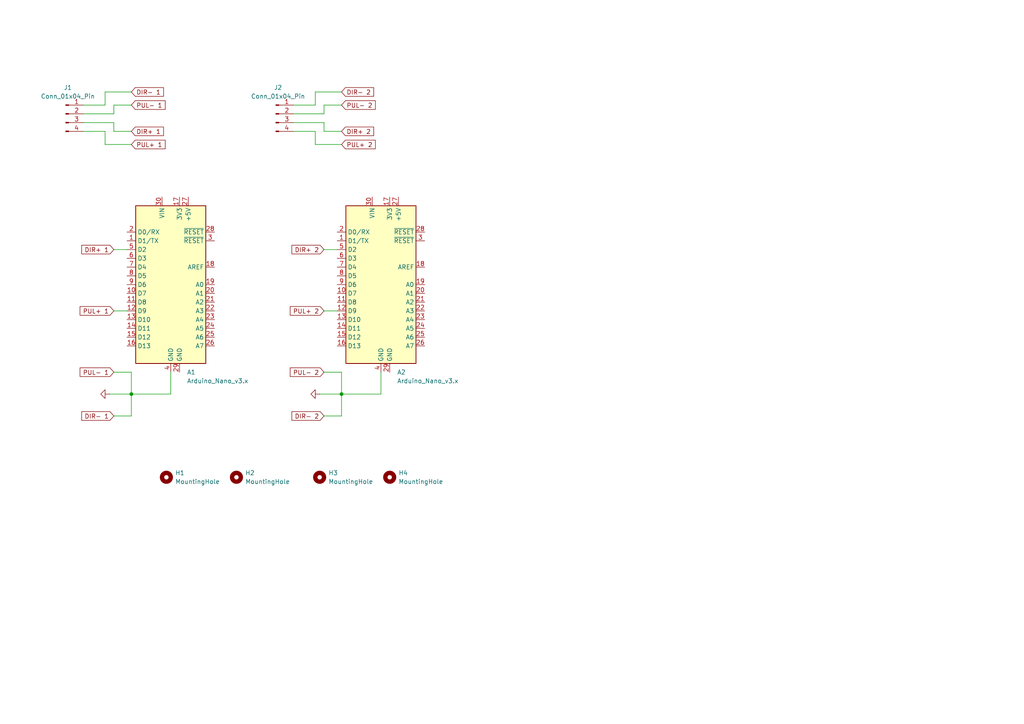
<source format=kicad_sch>
(kicad_sch (version 20250114) (generator "eeschema") (generator_version "9.0")
  (paper "A4")
  (lib_symbols
    (symbol "Connector:Conn_01x04_Pin" (pin_names (offset 1.016) (hide yes))
      (property "Reference" "J" (at 0 5.08 0))
      (property "Value" "Conn_01x04_Pin" (at 0 -7.62 0))
      (symbol "Conn_01x04_Pin_1_1"
        (rectangle (start 0.8636 2.667) (end 0 2.413) (stroke (width 0.1524)) (fill (type outline)))
        (rectangle (start 0.8636 0.127) (end 0 -0.127) (stroke (width 0.1524)) (fill (type outline)))
        (rectangle (start 0.8636 -2.413) (end 0 -2.667) (stroke (width 0.1524)) (fill (type outline)))
        (rectangle (start 0.8636 -4.953) (end 0 -5.207) (stroke (width 0.1524)) (fill (type outline)))
        (polyline (pts (xy 1.27 2.54) (xy 0.8636 2.54)) (stroke (width 0.1524)))
        (polyline (pts (xy 1.27 0) (xy 0.8636 0)) (stroke (width 0.1524)))
        (polyline (pts (xy 1.27 -2.54) (xy 0.8636 -2.54)) (stroke (width 0.1524)))
        (polyline (pts (xy 1.27 -5.08) (xy 0.8636 -5.08)) (stroke (width 0.1524)))
        (pin passive line (at 5.08 2.54 180) (length 3.81) (name "Pin_1") (number "1"))
        (pin passive line (at 5.08 0 180) (length 3.81) (name "Pin_2") (number "2"))
        (pin passive line (at 5.08 -2.54 180) (length 3.81) (name "Pin_3") (number "3"))
        (pin passive line (at 5.08 -5.08 180) (length 3.81) (name "Pin_4") (number "4"))
      )
    )
    (symbol "MCU_Module:Arduino_Nano_v3.x"
      (property "Reference" "A" (at -10.16 23.495 0))
      (property "Value" "Arduino_Nano_v3.x" (at 5.08 -24.13 0))
      (symbol "Arduino_Nano_v3.x_0_1"
        (rectangle (start -10.16 22.86) (end 10.16 -22.86) (stroke (width 0.254)) (fill (type background)))
      )
      (symbol "Arduino_Nano_v3.x_1_1"
        (pin bidirectional line (at -12.7 15.24 0) (length 2.54) (name "D0/RX") (number "2"))
        (pin bidirectional line (at -12.7 12.7 0) (length 2.54) (name "D1/TX") (number "1"))
        (pin bidirectional line (at -12.7 10.16 0) (length 2.54) (name "D2") (number "5"))
        (pin bidirectional line (at -12.7 7.62 0) (length 2.54) (name "D3") (number "6"))
        (pin bidirectional line (at -12.7 5.08 0) (length 2.54) (name "D4") (number "7"))
        (pin bidirectional line (at -12.7 2.54 0) (length 2.54) (name "D5") (number "8"))
        (pin bidirectional line (at -12.7 0 0) (length 2.54) (name "D6") (number "9"))
        (pin bidirectional line (at -12.7 -2.54 0) (length 2.54) (name "D7") (number "10"))
        (pin bidirectional line (at -12.7 -5.08 0) (length 2.54) (name "D8") (number "11"))
        (pin bidirectional line (at -12.7 -7.62 0) (length 2.54) (name "D9") (number "12"))
        (pin bidirectional line (at -12.7 -10.16 0) (length 2.54) (name "D10") (number "13"))
        (pin bidirectional line (at -12.7 -12.7 0) (length 2.54) (name "D11") (number "14"))
        (pin bidirectional line (at -12.7 -15.24 0) (length 2.54) (name "D12") (number "15"))
        (pin bidirectional line (at -12.7 -17.78 0) (length 2.54) (name "D13") (number "16"))
        (pin power_in line (at -2.54 25.4 270) (length 2.54) (name "VIN") (number "30"))
        (pin power_in line (at 0 -25.4 90) (length 2.54) (name "GND") (number "4"))
        (pin power_out line (at 2.54 25.4 270) (length 2.54) (name "3V3") (number "17"))
        (pin power_in line (at 2.54 -25.4 90) (length 2.54) (name "GND") (number "29"))
        (pin power_out line (at 5.08 25.4 270) (length 2.54) (name "+5V") (number "27"))
        (pin input line (at 12.7 15.24 180) (length 2.54) (name "~{RESET}") (number "28"))
        (pin input line (at 12.7 12.7 180) (length 2.54) (name "~{RESET}") (number "3"))
        (pin input line (at 12.7 5.08 180) (length 2.54) (name "AREF") (number "18"))
        (pin bidirectional line (at 12.7 0 180) (length 2.54) (name "A0") (number "19"))
        (pin bidirectional line (at 12.7 -2.54 180) (length 2.54) (name "A1") (number "20"))
        (pin bidirectional line (at 12.7 -5.08 180) (length 2.54) (name "A2") (number "21"))
        (pin bidirectional line (at 12.7 -7.62 180) (length 2.54) (name "A3") (number "22"))
        (pin bidirectional line (at 12.7 -10.16 180) (length 2.54) (name "A4") (number "23"))
        (pin bidirectional line (at 12.7 -12.7 180) (length 2.54) (name "A5") (number "24"))
        (pin bidirectional line (at 12.7 -15.24 180) (length 2.54) (name "A6") (number "25"))
        (pin bidirectional line (at 12.7 -17.78 180) (length 2.54) (name "A7") (number "26"))
      )
    )
    (symbol "Mechanical:MountingHole" (pin_names (offset 1.016)) (in_bom no)
      (property "Reference" "H" (at 0 5.08 0))
      (property "Value" "MountingHole" (at 0 3.175 0))
      (symbol "MountingHole_0_1"
        (circle (center 0 0) (radius 1.27) (stroke (width 1.27)))
      )
    )
    (symbol "power:GND" (power) (pin_numbers (hide yes)) (pin_names (offset 0) (hide yes))
      (property "Value" "GND" (at 0 -3.81 0))
      (symbol "GND_0_1"
        (polyline (pts (xy 0 0) (xy 0 -1.27) (xy 1.27 -1.27) (xy 0 -2.54) (xy -1.27 -1.27) (xy 0 -1.27)))
      )
      (symbol "GND_1_1"
        (pin power_in line (at 0 0 270) (length 0) (name "~") (number "1"))
      )
    )
  )
  (junction (at 38.1 114.3))
  (junction (at 99.06 114.3))
  (wire (pts (xy 91.44 38.1) (xy 91.44 41.91)))
  (wire (pts (xy 33.02 30.48) (xy 38.1 30.48)))
  (wire (pts (xy 93.98 33.02) (xy 93.98 30.48)))
  (wire (pts (xy 33.02 33.02) (xy 33.02 30.48)))
  (wire (pts (xy 110.49 107.95) (xy 110.49 114.3)))
  (wire (pts (xy 91.44 30.48) (xy 91.44 26.67)))
  (wire (pts (xy 38.1 120.65) (xy 33.02 120.65)))
  (wire (pts (xy 99.06 107.95) (xy 99.06 114.3)))
  (wire (pts (xy 93.98 38.1) (xy 99.06 38.1)))
  (wire (pts (xy 85.09 38.1) (xy 91.44 38.1)))
  (wire (pts (xy 92.71 114.3) (xy 99.06 114.3)))
  (wire (pts (xy 99.06 114.3) (xy 110.49 114.3)))
  (wire (pts (xy 91.44 41.91) (xy 99.06 41.91)))
  (wire (pts (xy 30.48 26.67) (xy 38.1 26.67)))
  (wire (pts (xy 33.02 38.1) (xy 38.1 38.1)))
  (wire (pts (xy 24.13 35.56) (xy 33.02 35.56)))
  (wire (pts (xy 93.98 72.39) (xy 97.79 72.39)))
  (wire (pts (xy 99.06 120.65) (xy 93.98 120.65)))
  (wire (pts (xy 93.98 35.56) (xy 93.98 38.1)))
  (wire (pts (xy 93.98 90.17) (xy 97.79 90.17)))
  (wire (pts (xy 91.44 26.67) (xy 99.06 26.67)))
  (wire (pts (xy 31.75 114.3) (xy 38.1 114.3)))
  (wire (pts (xy 30.48 41.91) (xy 38.1 41.91)))
  (wire (pts (xy 85.09 33.02) (xy 93.98 33.02)))
  (wire (pts (xy 99.06 107.95) (xy 93.98 107.95)))
  (wire (pts (xy 85.09 30.48) (xy 91.44 30.48)))
  (wire (pts (xy 33.02 72.39) (xy 36.83 72.39)))
  (wire (pts (xy 30.48 30.48) (xy 30.48 26.67)))
  (wire (pts (xy 49.53 107.95) (xy 49.53 114.3)))
  (wire (pts (xy 24.13 38.1) (xy 30.48 38.1)))
  (wire (pts (xy 38.1 114.3) (xy 49.53 114.3)))
  (wire (pts (xy 99.06 114.3) (xy 99.06 120.65)))
  (wire (pts (xy 38.1 107.95) (xy 38.1 114.3)))
  (wire (pts (xy 30.48 38.1) (xy 30.48 41.91)))
  (wire (pts (xy 38.1 114.3) (xy 38.1 120.65)))
  (wire (pts (xy 24.13 30.48) (xy 30.48 30.48)))
  (wire (pts (xy 24.13 33.02) (xy 33.02 33.02)))
  (wire (pts (xy 85.09 35.56) (xy 93.98 35.56)))
  (wire (pts (xy 93.98 30.48) (xy 99.06 30.48)))
  (wire (pts (xy 38.1 107.95) (xy 33.02 107.95)))
  (wire (pts (xy 33.02 90.17) (xy 36.83 90.17)))
  (wire (pts (xy 33.02 35.56) (xy 33.02 38.1)))
  (global_label "PUL+ 2" (shape input) (at 93.98 90.17 180) (property "Intersheetrefs" "${INTERSHEET_REFS}" (effects (hide yes))))
  (global_label "PUL+ 1" (shape input) (at 38.1 41.91 0) (property "Intersheetrefs" "${INTERSHEET_REFS}" (effects (hide yes))))
  (global_label "DIR+ 2" (shape input) (at 93.98 72.39 180) (property "Intersheetrefs" "${INTERSHEET_REFS}" (effects (hide yes))))
  (global_label "DIR+ 1" (shape input) (at 33.02 72.39 180) (property "Intersheetrefs" "${INTERSHEET_REFS}" (effects (hide yes))))
  (global_label "DIR- 2" (shape input) (at 93.98 120.65 180) (property "Intersheetrefs" "${INTERSHEET_REFS}" (effects (hide yes))))
  (global_label "PUL- 1" (shape input) (at 38.1 30.48 0) (property "Intersheetrefs" "${INTERSHEET_REFS}" (effects (hide yes))))
  (global_label "PUL- 2" (shape input) (at 93.98 107.95 180) (property "Intersheetrefs" "${INTERSHEET_REFS}" (effects (hide yes))))
  (global_label "PUL- 2" (shape input) (at 99.06 30.48 0) (property "Intersheetrefs" "${INTERSHEET_REFS}" (effects (hide yes))))
  (global_label "DIR+ 2" (shape input) (at 99.06 38.1 0) (property "Intersheetrefs" "${INTERSHEET_REFS}" (effects (hide yes))))
  (global_label "DIR- 2" (shape input) (at 99.06 26.67 0) (property "Intersheetrefs" "${INTERSHEET_REFS}" (effects (hide yes))))
  (global_label "DIR- 1" (shape input) (at 33.02 120.65 180) (property "Intersheetrefs" "${INTERSHEET_REFS}" (effects (hide yes))))
  (global_label "PUL+ 2" (shape input) (at 99.06 41.91 0) (property "Intersheetrefs" "${INTERSHEET_REFS}" (effects (hide yes))))
  (global_label "DIR+ 1" (shape input) (at 38.1 38.1 0) (property "Intersheetrefs" "${INTERSHEET_REFS}" (effects (hide yes))))
  (global_label "PUL- 1" (shape input) (at 33.02 107.95 180) (property "Intersheetrefs" "${INTERSHEET_REFS}" (effects (hide yes))))
  (global_label "PUL+ 1" (shape input) (at 33.02 90.17 180) (property "Intersheetrefs" "${INTERSHEET_REFS}" (effects (hide yes))))
  (global_label "DIR- 1" (shape input) (at 38.1 26.67 0) (property "Intersheetrefs" "${INTERSHEET_REFS}" (effects (hide yes))))
  (symbol (lib_id "Mechanical:MountingHole") (at 92.71 138.43 0) (unit 1) (in_bom no)
    (property "Reference" "H3" (at 95.25 137.1599 0) (effects (justify left)))
    (property "Value" "MountingHole" (at 95.25 139.6999 0) (effects (justify left)))
    (property "Footprint" "MountingHole:MountingHole_2.1mm" (effects (hide yes)))
    (property "Description" "Mounting Hole without connection" (effects (hide yes)))
  )
  (symbol (lib_id "Mechanical:MountingHole") (at 48.26 138.43 0) (unit 1) (in_bom no)
    (property "Reference" "H1" (at 50.8 137.1599 0) (effects (justify left)))
    (property "Value" "MountingHole" (at 50.8 139.6999 0) (effects (justify left)))
    (property "Footprint" "MountingHole:MountingHole_2.1mm" (effects (hide yes)))
    (property "Description" "Mounting Hole without connection" (effects (hide yes)))
  )
  (symbol (lib_id "Connector:Conn_01x04_Pin") (at 19.05 33.02 0) (unit 1)
    (property "Reference" "J1" (at 19.685 25.4 0))
    (property "Value" "Conn_01x04_Pin" (at 19.685 27.94 0))
    (property "Footprint" "Connector_PinHeader_2.00mm:PinHeader_1x04_P2.00mm_Horizontal" (effects (hide yes)))
    (property "Description" "Generic connector, single row, 01x04, script generated" (effects (hide yes)))
  )
  (symbol (lib_id "Connector:Conn_01x04_Pin") (at 80.01 33.02 0) (unit 1)
    (property "Reference" "J2" (at 80.645 25.4 0))
    (property "Value" "Conn_01x04_Pin" (at 80.645 27.94 0))
    (property "Footprint" "Connector_PinHeader_2.00mm:PinHeader_1x04_P2.00mm_Horizontal" (effects (hide yes)))
    (property "Description" "Generic connector, single row, 01x04, script generated" (effects (hide yes)))
  )
  (symbol (lib_id "MCU_Module:Arduino_Nano_v3.x") (at 110.49 82.55 0) (unit 1)
    (property "Reference" "A2" (at 115.1733 107.95 0) (effects (justify left)))
    (property "Value" "Arduino_Nano_v3.x" (at 115.1733 110.49 0) (effects (justify left)))
    (property "Footprint" "Module:Arduino_Nano_WithMountingHoles" (effects (hide yes)))
    (property "Datasheet" "http://www.mouser.com/pdfdocs/Gravitech_Arduino_Nano3_0.pdf" (effects (hide yes)))
    (property "Description" "Arduino Nano v3.x" (effects (hide yes)))
  )
  (symbol (lib_id "MCU_Module:Arduino_Nano_v3.x") (at 49.53 82.55 0) (unit 1)
    (property "Reference" "A1" (at 54.2133 107.95 0) (effects (justify left)))
    (property "Value" "Arduino_Nano_v3.x" (at 54.2133 110.49 0) (effects (justify left)))
    (property "Footprint" "Module:Arduino_Nano_WithMountingHoles" (effects (hide yes)))
    (property "Datasheet" "http://www.mouser.com/pdfdocs/Gravitech_Arduino_Nano3_0.pdf" (effects (hide yes)))
    (property "Description" "Arduino Nano v3.x" (effects (hide yes)))
  )
  (symbol (lib_id "power:GND") (at 31.75 114.3 270) (unit 1)
    (property "Reference" "#PWR02" (effects (hide yes)))
    (property "Value" "GND" (effects (hide yes)))
    (property "Description" "Power symbol creates a global label with name \"GND\" , ground" (effects (hide yes)))
  )
  (symbol (lib_id "Mechanical:MountingHole") (at 113.03 138.43 0) (unit 1) (in_bom no)
    (property "Reference" "H4" (at 115.57 137.1599 0) (effects (justify left)))
    (property "Value" "MountingHole" (at 115.57 139.6999 0) (effects (justify left)))
    (property "Footprint" "MountingHole:MountingHole_2.1mm" (effects (hide yes)))
    (property "Description" "Mounting Hole without connection" (effects (hide yes)))
  )
  (symbol (lib_id "Mechanical:MountingHole") (at 68.58 138.43 0) (unit 1) (in_bom no)
    (property "Reference" "H2" (at 71.12 137.1599 0) (effects (justify left)))
    (property "Value" "MountingHole" (at 71.12 139.6999 0) (effects (justify left)))
    (property "Footprint" "MountingHole:MountingHole_2.1mm" (effects (hide yes)))
    (property "Description" "Mounting Hole without connection" (effects (hide yes)))
  )
  (symbol (lib_id "power:GND") (at 92.71 114.3 270) (unit 1)
    (property "Reference" "#PWR01" (effects (hide yes)))
    (property "Value" "GND" (effects (hide yes)))
    (property "Description" "Power symbol creates a global label with name \"GND\" , ground" (effects (hide yes)))
  )
)
</source>
